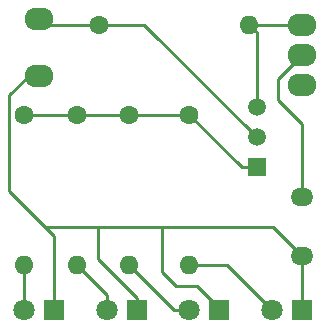
<source format=gbr>
G04 #@! TF.FileFunction,Copper,L2,Bot,Signal*
%FSLAX46Y46*%
G04 Gerber Fmt 4.6, Leading zero omitted, Abs format (unit mm)*
G04 Created by KiCad (PCBNEW 4.0.7) date 03/14/18 22:24:58*
%MOMM*%
%LPD*%
G01*
G04 APERTURE LIST*
%ADD10C,0.100000*%
%ADD11R,1.800000X1.800000*%
%ADD12C,1.800000*%
%ADD13C,1.520000*%
%ADD14R,1.520000X1.520000*%
%ADD15C,1.600000*%
%ADD16O,1.600000X1.600000*%
%ADD17O,2.438400X1.905000*%
%ADD18O,1.905000X1.524000*%
%ADD19C,0.250000*%
G04 APERTURE END LIST*
D10*
D11*
X131445000Y-134620000D03*
D12*
X128905000Y-134620000D03*
D13*
X148590000Y-120015000D03*
X148590000Y-117475000D03*
D14*
X148590000Y-122555000D03*
D15*
X135255000Y-110490000D03*
D16*
X147955000Y-110490000D03*
D17*
X130175000Y-109982000D03*
X130175000Y-114808000D03*
D15*
X133350000Y-118110000D03*
D16*
X133350000Y-130810000D03*
D15*
X128905000Y-118110000D03*
D16*
X128905000Y-130810000D03*
D15*
X137795000Y-118110000D03*
D16*
X137795000Y-130810000D03*
D15*
X142875000Y-118110000D03*
D16*
X142875000Y-130810000D03*
D17*
X152400000Y-110490000D03*
X152400000Y-113030000D03*
X152400000Y-115570000D03*
D18*
X152400000Y-125095000D03*
X152400000Y-130048000D03*
D11*
X138430000Y-134620000D03*
D12*
X135890000Y-134620000D03*
D11*
X145415000Y-134620000D03*
D12*
X142875000Y-134620000D03*
D11*
X152400000Y-134620000D03*
D12*
X149860000Y-134620000D03*
D19*
X152400000Y-125095000D02*
X152400000Y-118872000D01*
X150368000Y-115062000D02*
X152400000Y-113030000D01*
X150368000Y-116840000D02*
X150368000Y-115062000D01*
X152400000Y-118872000D02*
X150368000Y-116840000D01*
X138430000Y-134620000D02*
X138430000Y-133604000D01*
X135128000Y-130302000D02*
X135128000Y-127635000D01*
X138430000Y-133604000D02*
X135128000Y-130302000D01*
X131445000Y-134620000D02*
X131445000Y-128397000D01*
X131445000Y-128397000D02*
X130683000Y-127635000D01*
X138430000Y-134620000D02*
X138430000Y-134366000D01*
X145415000Y-134620000D02*
X145415000Y-134493000D01*
X145415000Y-134493000D02*
X143510000Y-132588000D01*
X143510000Y-132588000D02*
X141732000Y-132588000D01*
X141732000Y-132588000D02*
X140589000Y-131445000D01*
X140589000Y-131445000D02*
X140589000Y-127635000D01*
X152400000Y-134620000D02*
X152400000Y-130048000D01*
X130175000Y-114808000D02*
X129286000Y-114808000D01*
X129286000Y-114808000D02*
X127635000Y-116459000D01*
X127635000Y-116459000D02*
X127635000Y-124587000D01*
X127635000Y-124587000D02*
X130683000Y-127635000D01*
X130683000Y-127635000D02*
X135128000Y-127635000D01*
X135128000Y-127635000D02*
X140589000Y-127635000D01*
X140589000Y-127635000D02*
X149987000Y-127635000D01*
X149987000Y-127635000D02*
X152400000Y-130048000D01*
X135890000Y-134620000D02*
X135890000Y-133350000D01*
X135890000Y-133350000D02*
X133350000Y-130810000D01*
X128905000Y-134620000D02*
X128905000Y-130810000D01*
X142875000Y-134620000D02*
X141605000Y-134620000D01*
X141605000Y-134620000D02*
X137795000Y-130810000D01*
X135255000Y-110490000D02*
X139065000Y-110490000D01*
X139065000Y-110490000D02*
X148590000Y-120015000D01*
X135255000Y-110490000D02*
X130683000Y-110490000D01*
X130683000Y-110490000D02*
X130175000Y-109982000D01*
X148590000Y-117475000D02*
X148590000Y-111125000D01*
X148590000Y-111125000D02*
X147955000Y-110490000D01*
X152400000Y-110490000D02*
X147955000Y-110490000D01*
X128905000Y-118110000D02*
X133350000Y-118110000D01*
X137795000Y-118110000D02*
X133350000Y-118110000D01*
X142875000Y-118110000D02*
X137795000Y-118110000D01*
X148590000Y-122555000D02*
X147320000Y-122555000D01*
X147320000Y-122555000D02*
X142875000Y-118110000D01*
X142875000Y-130810000D02*
X146050000Y-130810000D01*
X146050000Y-130810000D02*
X149860000Y-134620000D01*
M02*

</source>
